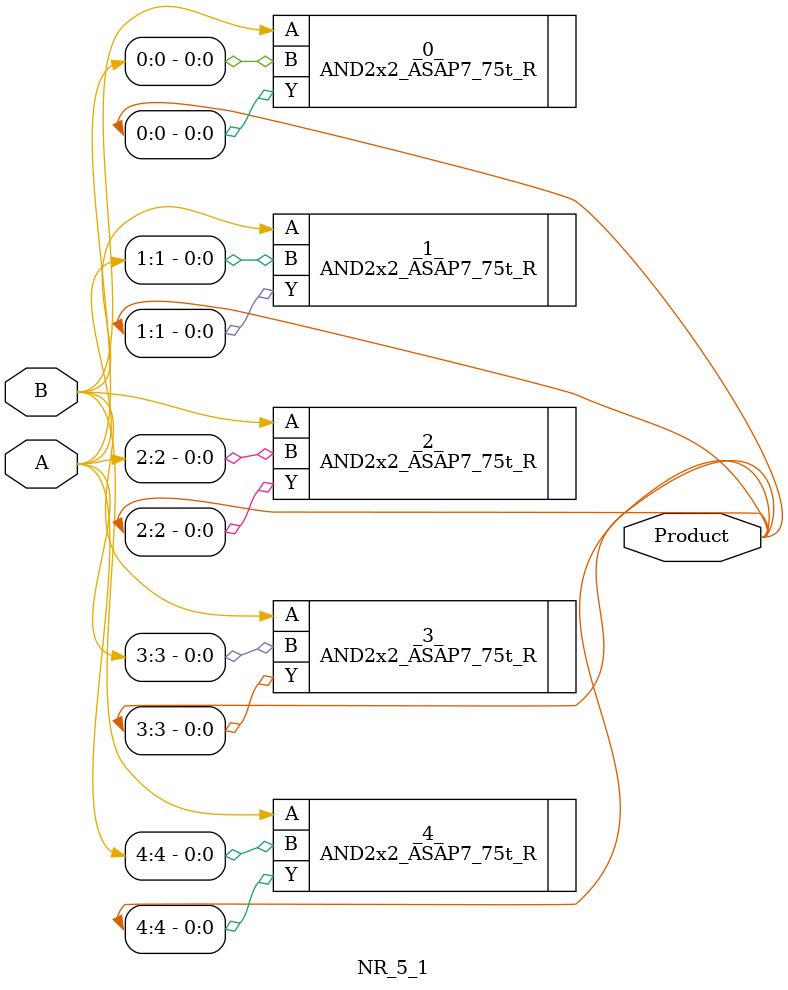
<source format=v>
/* Generated by Yosys 0.53+39 (git sha1 388955031, g++ 12.2.0-14 -fPIC -O3) */

module NR_5_1(A, B, Product);
  input [4:0] A;
  wire [4:0] A;
  input B;
  wire B;
  output [4:0] Product;
  wire [4:0] Product;
  AND2x2_ASAP7_75t_R _0_ (
    .A(B),
    .B(A[0]),
    .Y(Product[0])
  );
  AND2x2_ASAP7_75t_R _1_ (
    .A(B),
    .B(A[1]),
    .Y(Product[1])
  );
  AND2x2_ASAP7_75t_R _2_ (
    .A(B),
    .B(A[2]),
    .Y(Product[2])
  );
  AND2x2_ASAP7_75t_R _3_ (
    .A(B),
    .B(A[3]),
    .Y(Product[3])
  );
  AND2x2_ASAP7_75t_R _4_ (
    .A(B),
    .B(A[4]),
    .Y(Product[4])
  );
endmodule

</source>
